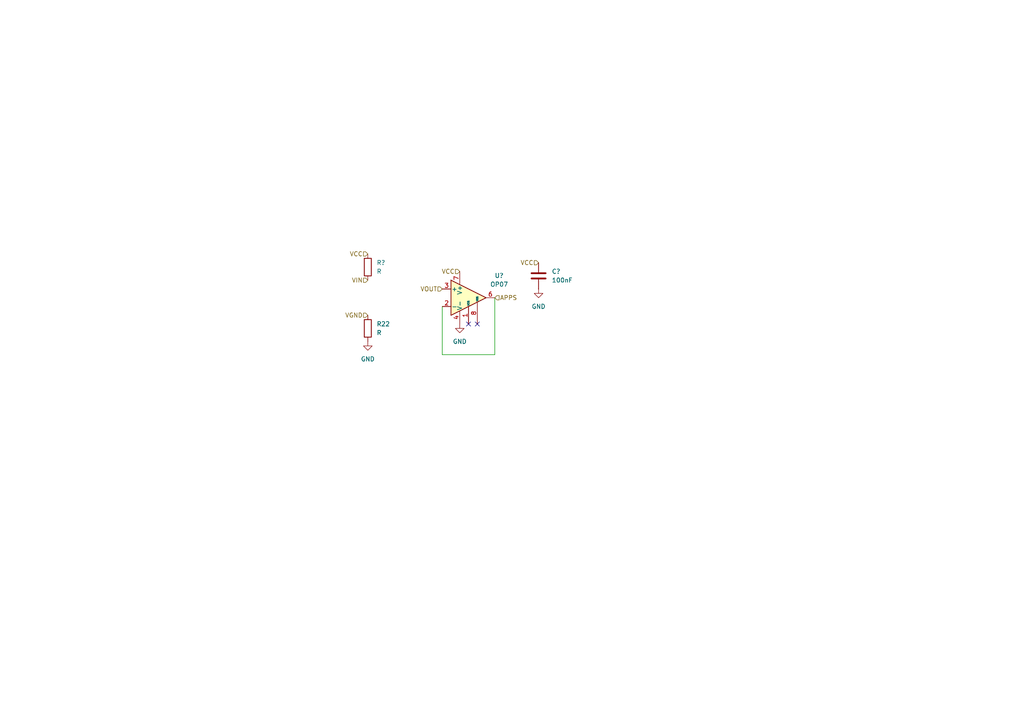
<source format=kicad_sch>
(kicad_sch (version 20250114) (generator "eeschema") (generator_version "9.0")
  (paper "A4")
  (lib_symbols
    (symbol "Amplifier_Operational:OP07" (pin_names (offset 0.127))
      (property "Reference" "U" (at 1.27 6.35 0))
      (property "Value" "OP07" (at 1.27 3.81 0))
      (symbol "OP07_0_1"
        (polyline (pts (xy -5.08 5.08) (xy 5.08 0) (xy -5.08 -5.08) (xy -5.08 5.08)) (stroke (width 0.254)) (fill (type background)))
      )
      (symbol "OP07_1_1"
        (pin input line (at -7.62 2.54 0) (length 2.54) (name "+") (number "3"))
        (pin input line (at -7.62 -2.54 0) (length 2.54) (name "-") (number "2"))
        (pin power_in line (at -2.54 7.62 270) (length 3.81) (name "V+") (number "7"))
        (pin power_in line (at -2.54 -7.62 90) (length 3.81) (name "V-") (number "4"))
        (pin no_connect line (at 0 2.54 270) (length 2.54) (hide yes) (name "NC") (number "5"))
        (pin input line (at 0 -7.62 90) (length 5.08) (name "VOS") (number "1"))
        (pin input line (at 2.54 -7.62 90) (length 6.35) (name "VOS") (number "8"))
        (pin output line (at 7.62 0 180) (length 2.54) (name "~") (number "6"))
      )
    )
    (symbol "Device:C" (pin_numbers (hide yes)) (pin_names (offset 0.254))
      (property "Reference" "C" (at 0.635 2.54 0))
      (property "Value" "C" (at 0.635 -2.54 0))
      (symbol "C_0_1"
        (polyline (pts (xy -2.032 0.762) (xy 2.032 0.762)) (stroke (width 0.508)))
        (polyline (pts (xy -2.032 -0.762) (xy 2.032 -0.762)) (stroke (width 0.508)))
      )
      (symbol "C_1_1"
        (pin passive line (at 0 3.81 270) (length 2.794) (name "~") (number "1"))
        (pin passive line (at 0 -3.81 90) (length 2.794) (name "~") (number "2"))
      )
    )
    (symbol "Device:R" (pin_numbers (hide yes)) (pin_names (offset 0))
      (property "Reference" "R" (at 2.032 0 90))
      (property "Value" "R" (at 0 0 90))
      (symbol "R_0_1"
        (rectangle (start -1.016 -2.54) (end 1.016 2.54) (stroke (width 0.254)))
      )
      (symbol "R_1_1"
        (pin passive line (at 0 3.81 270) (length 1.27) (name "~") (number "1"))
        (pin passive line (at 0 -3.81 90) (length 1.27) (name "~") (number "2"))
      )
    )
    (symbol "power:GND" (power) (pin_numbers (hide yes)) (pin_names (offset 0) (hide yes))
      (property "Value" "GND" (at 0 -3.81 0))
      (symbol "GND_0_1"
        (polyline (pts (xy 0 0) (xy 0 -1.27) (xy 1.27 -1.27) (xy 0 -2.54) (xy -1.27 -1.27) (xy 0 -1.27)))
      )
      (symbol "GND_1_1"
        (pin power_in line (at 0 0 270) (length 0) (name "~") (number "1"))
      )
    )
  )
  (no_connect (at 138.43 93.98))
  (no_connect (at 135.89 93.98))
  (wire (pts (xy 128.27 102.87) (xy 143.51 102.87)))
  (wire (pts (xy 143.51 102.87) (xy 143.51 86.36)))
  (wire (pts (xy 128.27 88.9) (xy 128.27 102.87)))
  (hierarchical_label "VIN" (shape input) (at 106.68 81.28 180))
  (hierarchical_label "VCC" (shape input) (at 106.68 73.66 180))
  (hierarchical_label "VOUT" (shape input) (at 128.27 83.82 180))
  (hierarchical_label "VGND" (shape input) (at 106.68 91.44 180))
  (hierarchical_label "APPS" (shape input) (at 143.51 86.36 0))
  (hierarchical_label "VCC" (shape input) (at 156.21 76.2 180))
  (hierarchical_label "VCC" (shape input) (at 133.35 78.74 180))
  (symbol (lib_id "Device:C") (at 156.21 80.01 0) (unit 1)
    (property "Reference" "C?" (at 160.02 78.7399 0) (effects (justify left)))
    (property "Value" "100nF" (at 160.02 81.2799 0) (effects (justify left)))
    (property "Description" "Unpolarized capacitor" (effects (hide yes)))
  )
  (symbol (lib_id "Amplifier_Operational:OP07") (at 135.89 86.36 0) (unit 1)
    (property "Reference" "U?" (at 144.78 79.9398 0))
    (property "Value" "OP07" (at 144.78 82.4798 0))
    (property "Datasheet" "https://www.analog.com/media/en/technical-documentation/data-sheets/OP07.pdf" (effects (hide yes)))
    (property "Description" "Single Ultra-Low Offset Voltage Operational Amplifier, DIP-8/SOIC-8" (effects (hide yes)))
  )
  (symbol (lib_id "power:GND") (at 156.21 83.82 0) (unit 1)
    (property "Reference" "#PWR037" (effects (hide yes)))
    (property "Value" "GND" (at 156.21 88.9 0))
    (property "Description" "Power symbol creates a global label with name \"GND\" , ground" (effects (hide yes)))
  )
  (symbol (lib_id "Device:R") (at 106.68 95.25 0) (unit 1)
    (property "Reference" "R22" (at 109.22 93.9799 0) (effects (justify left)))
    (property "Value" "R" (at 109.22 96.5199 0) (effects (justify left)))
    (property "Description" "Resistor" (effects (hide yes)))
  )
  (symbol (lib_id "Device:R") (at 106.68 77.47 0) (unit 1)
    (property "Reference" "R?" (at 109.22 76.1999 0) (effects (justify left)))
    (property "Value" "R" (at 109.22 78.7399 0) (effects (justify left)))
    (property "Description" "Resistor" (effects (hide yes)))
  )
  (symbol (lib_id "power:GND") (at 133.35 93.98 0) (unit 1)
    (property "Reference" "#PWR?" (effects (hide yes)))
    (property "Value" "GND" (at 133.35 99.06 0))
    (property "Description" "Power symbol creates a global label with name \"GND\" , ground" (effects (hide yes)))
  )
  (symbol (lib_id "power:GND") (at 106.68 99.06 0) (unit 1)
    (property "Reference" "#PWR038" (effects (hide yes)))
    (property "Value" "GND" (at 106.68 104.14 0))
    (property "Description" "Power symbol creates a global label with name \"GND\" , ground" (effects (hide yes)))
  )
)
</source>
